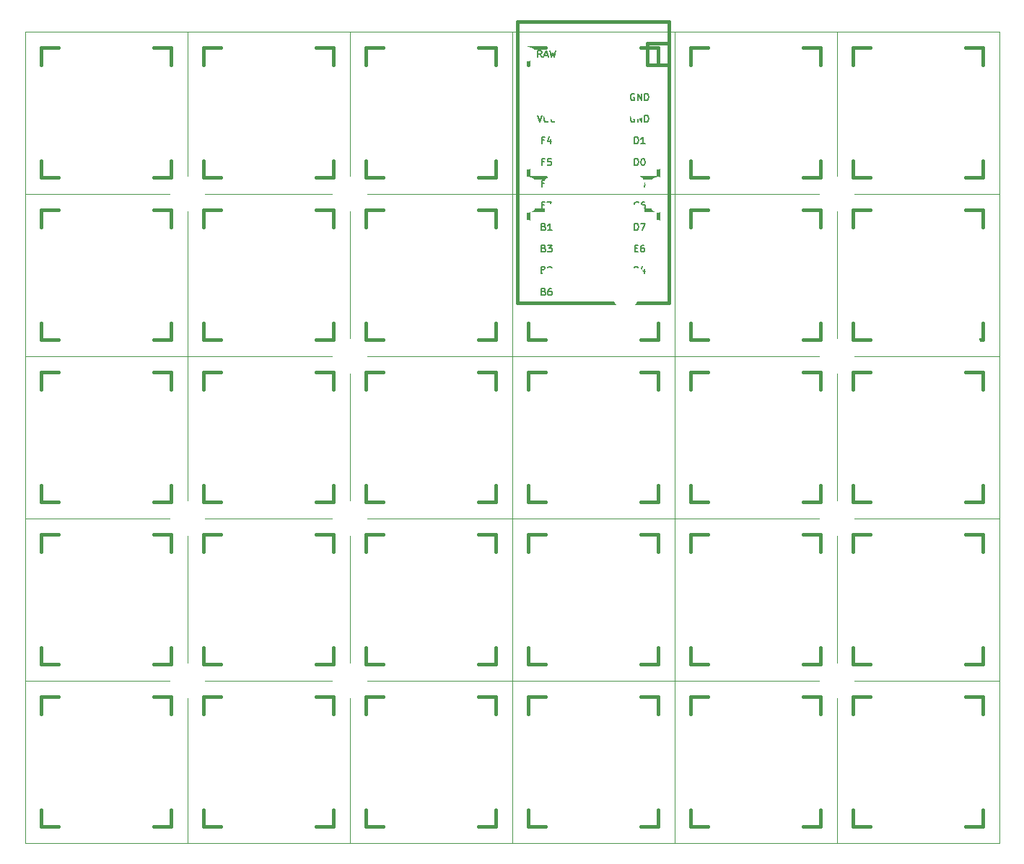
<source format=gto>
%TF.GenerationSoftware,KiCad,Pcbnew,(5.1.10)-1*%
%TF.CreationDate,2022-04-05T14:22:13-05:00*%
%TF.ProjectId,graham cracker,67726168-616d-4206-9372-61636b65722e,rev?*%
%TF.SameCoordinates,Original*%
%TF.FileFunction,Legend,Top*%
%TF.FilePolarity,Positive*%
%FSLAX46Y46*%
G04 Gerber Fmt 4.6, Leading zero omitted, Abs format (unit mm)*
G04 Created by KiCad (PCBNEW (5.1.10)-1) date 2022-04-05 14:22:13*
%MOMM*%
%LPD*%
G01*
G04 APERTURE LIST*
%ADD10C,0.120000*%
%ADD11C,0.381000*%
%ADD12C,0.150000*%
%ADD13C,3.980180*%
%ADD14C,2.950000*%
%ADD15C,1.700000*%
%ADD16O,2.000000X1.600000*%
%ADD17C,0.800000*%
%ADD18C,4.000000*%
%ADD19C,1.752600*%
%ADD20O,1.600000X1.600000*%
%ADD21C,1.600000*%
G04 APERTURE END LIST*
D10*
X67125000Y-61575000D02*
X67125000Y-80625000D01*
X86175000Y-61575000D02*
X67125000Y-61575000D01*
X86175000Y-80625000D02*
X86175000Y-61575000D01*
X67125000Y-80625000D02*
X86175000Y-80625000D01*
D11*
X69030000Y-76720000D02*
X69030000Y-78720000D01*
X69030000Y-63480000D02*
X71030000Y-63480000D01*
X84270000Y-78720000D02*
X84270000Y-76720000D01*
X69030000Y-78720000D02*
X71030000Y-78720000D01*
X82270000Y-63480000D02*
X84270000Y-63480000D01*
X84270000Y-65480000D02*
X84270000Y-63480000D01*
X82270000Y-78720000D02*
X84270000Y-78720000D01*
X69030000Y-65480000D02*
X69030000Y-63480000D01*
D10*
X162375000Y-61575000D02*
X162375000Y-42525000D01*
X143325000Y-61575000D02*
X162375000Y-61575000D01*
X143325000Y-42525000D02*
X143325000Y-61575000D01*
X162375000Y-42525000D02*
X143325000Y-42525000D01*
D11*
X160470000Y-46430000D02*
X160470000Y-44430000D01*
X160470000Y-59670000D02*
X158470000Y-59670000D01*
X145230000Y-44430000D02*
X145230000Y-46430000D01*
X160470000Y-44430000D02*
X158470000Y-44430000D01*
X147230000Y-59670000D02*
X145230000Y-59670000D01*
X145230000Y-57670000D02*
X145230000Y-59670000D01*
X147230000Y-44430000D02*
X145230000Y-44430000D01*
X160470000Y-57670000D02*
X160470000Y-59670000D01*
X179520000Y-57670000D02*
X179520000Y-59670000D01*
X166280000Y-44430000D02*
X164280000Y-44430000D01*
X164280000Y-57670000D02*
X164280000Y-59670000D01*
X166280000Y-59670000D02*
X164280000Y-59670000D01*
X179520000Y-44430000D02*
X177520000Y-44430000D01*
X164280000Y-44430000D02*
X164280000Y-46430000D01*
X179520000Y-59670000D02*
X177520000Y-59670000D01*
X179520000Y-46430000D02*
X179520000Y-44430000D01*
D10*
X181425000Y-42525000D02*
X162375000Y-42525000D01*
X162375000Y-42525000D02*
X162375000Y-61575000D01*
X162375000Y-61575000D02*
X181425000Y-61575000D01*
X181425000Y-61575000D02*
X181425000Y-42525000D01*
D11*
X140125000Y-46450000D02*
X142665000Y-46450000D01*
X140125000Y-43910000D02*
X140125000Y-46450000D01*
X124885000Y-74390000D02*
X124885000Y-41370000D01*
X142665000Y-74390000D02*
X124885000Y-74390000D01*
X142665000Y-41370000D02*
X142665000Y-74390000D01*
X124885000Y-41370000D02*
X142665000Y-41370000D01*
X140125000Y-43910000D02*
X142665000Y-43910000D01*
D10*
X162375000Y-99675000D02*
X162375000Y-118725000D01*
X181425000Y-99675000D02*
X162375000Y-99675000D01*
X181425000Y-118725000D02*
X181425000Y-99675000D01*
X162375000Y-118725000D02*
X181425000Y-118725000D01*
D11*
X164280000Y-114820000D02*
X164280000Y-116820000D01*
X164280000Y-101580000D02*
X166280000Y-101580000D01*
X179520000Y-116820000D02*
X179520000Y-114820000D01*
X164280000Y-116820000D02*
X166280000Y-116820000D01*
X177520000Y-101580000D02*
X179520000Y-101580000D01*
X179520000Y-103580000D02*
X179520000Y-101580000D01*
X177520000Y-116820000D02*
X179520000Y-116820000D01*
X164280000Y-103580000D02*
X164280000Y-101580000D01*
D10*
X67125000Y-99675000D02*
X67125000Y-118725000D01*
X86175000Y-99675000D02*
X67125000Y-99675000D01*
X86175000Y-118725000D02*
X86175000Y-99675000D01*
X67125000Y-118725000D02*
X86175000Y-118725000D01*
D11*
X69030000Y-114820000D02*
X69030000Y-116820000D01*
X69030000Y-101580000D02*
X71030000Y-101580000D01*
X84270000Y-116820000D02*
X84270000Y-114820000D01*
X69030000Y-116820000D02*
X71030000Y-116820000D01*
X82270000Y-101580000D02*
X84270000Y-101580000D01*
X84270000Y-103580000D02*
X84270000Y-101580000D01*
X82270000Y-116820000D02*
X84270000Y-116820000D01*
X69030000Y-103580000D02*
X69030000Y-101580000D01*
D10*
X162375000Y-118725000D02*
X162375000Y-137775000D01*
X181425000Y-118725000D02*
X162375000Y-118725000D01*
X181425000Y-137775000D02*
X181425000Y-118725000D01*
X162375000Y-137775000D02*
X181425000Y-137775000D01*
D11*
X164280000Y-133870000D02*
X164280000Y-135870000D01*
X164280000Y-120630000D02*
X166280000Y-120630000D01*
X179520000Y-135870000D02*
X179520000Y-133870000D01*
X164280000Y-135870000D02*
X166280000Y-135870000D01*
X177520000Y-120630000D02*
X179520000Y-120630000D01*
X179520000Y-122630000D02*
X179520000Y-120630000D01*
X177520000Y-135870000D02*
X179520000Y-135870000D01*
X164280000Y-122630000D02*
X164280000Y-120630000D01*
D10*
X143325000Y-118725000D02*
X143325000Y-137775000D01*
X162375000Y-118725000D02*
X143325000Y-118725000D01*
X162375000Y-137775000D02*
X162375000Y-118725000D01*
X143325000Y-137775000D02*
X162375000Y-137775000D01*
D11*
X145230000Y-133870000D02*
X145230000Y-135870000D01*
X145230000Y-120630000D02*
X147230000Y-120630000D01*
X160470000Y-135870000D02*
X160470000Y-133870000D01*
X145230000Y-135870000D02*
X147230000Y-135870000D01*
X158470000Y-120630000D02*
X160470000Y-120630000D01*
X160470000Y-122630000D02*
X160470000Y-120630000D01*
X158470000Y-135870000D02*
X160470000Y-135870000D01*
X145230000Y-122630000D02*
X145230000Y-120630000D01*
D10*
X124275000Y-118725000D02*
X124275000Y-137775000D01*
X143325000Y-118725000D02*
X124275000Y-118725000D01*
X143325000Y-137775000D02*
X143325000Y-118725000D01*
X124275000Y-137775000D02*
X143325000Y-137775000D01*
D11*
X126180000Y-133870000D02*
X126180000Y-135870000D01*
X126180000Y-120630000D02*
X128180000Y-120630000D01*
X141420000Y-135870000D02*
X141420000Y-133870000D01*
X126180000Y-135870000D02*
X128180000Y-135870000D01*
X139420000Y-120630000D02*
X141420000Y-120630000D01*
X141420000Y-122630000D02*
X141420000Y-120630000D01*
X139420000Y-135870000D02*
X141420000Y-135870000D01*
X126180000Y-122630000D02*
X126180000Y-120630000D01*
D10*
X105225000Y-118725000D02*
X105225000Y-137775000D01*
X124275000Y-118725000D02*
X105225000Y-118725000D01*
X124275000Y-137775000D02*
X124275000Y-118725000D01*
X105225000Y-137775000D02*
X124275000Y-137775000D01*
D11*
X107130000Y-133870000D02*
X107130000Y-135870000D01*
X107130000Y-120630000D02*
X109130000Y-120630000D01*
X122370000Y-135870000D02*
X122370000Y-133870000D01*
X107130000Y-135870000D02*
X109130000Y-135870000D01*
X120370000Y-120630000D02*
X122370000Y-120630000D01*
X122370000Y-122630000D02*
X122370000Y-120630000D01*
X120370000Y-135870000D02*
X122370000Y-135870000D01*
X107130000Y-122630000D02*
X107130000Y-120630000D01*
D10*
X86175000Y-118725000D02*
X86175000Y-137775000D01*
X105225000Y-118725000D02*
X86175000Y-118725000D01*
X105225000Y-137775000D02*
X105225000Y-118725000D01*
X86175000Y-137775000D02*
X105225000Y-137775000D01*
D11*
X88080000Y-133870000D02*
X88080000Y-135870000D01*
X88080000Y-120630000D02*
X90080000Y-120630000D01*
X103320000Y-135870000D02*
X103320000Y-133870000D01*
X88080000Y-135870000D02*
X90080000Y-135870000D01*
X101320000Y-120630000D02*
X103320000Y-120630000D01*
X103320000Y-122630000D02*
X103320000Y-120630000D01*
X101320000Y-135870000D02*
X103320000Y-135870000D01*
X88080000Y-122630000D02*
X88080000Y-120630000D01*
D10*
X67125000Y-118725000D02*
X67125000Y-137775000D01*
X86175000Y-118725000D02*
X67125000Y-118725000D01*
X86175000Y-137775000D02*
X86175000Y-118725000D01*
X67125000Y-137775000D02*
X86175000Y-137775000D01*
D11*
X69030000Y-133870000D02*
X69030000Y-135870000D01*
X69030000Y-120630000D02*
X71030000Y-120630000D01*
X84270000Y-135870000D02*
X84270000Y-133870000D01*
X69030000Y-135870000D02*
X71030000Y-135870000D01*
X82270000Y-120630000D02*
X84270000Y-120630000D01*
X84270000Y-122630000D02*
X84270000Y-120630000D01*
X82270000Y-135870000D02*
X84270000Y-135870000D01*
X69030000Y-122630000D02*
X69030000Y-120630000D01*
D10*
X143325000Y-99675000D02*
X143325000Y-118725000D01*
X162375000Y-99675000D02*
X143325000Y-99675000D01*
X162375000Y-118725000D02*
X162375000Y-99675000D01*
X143325000Y-118725000D02*
X162375000Y-118725000D01*
D11*
X145230000Y-114820000D02*
X145230000Y-116820000D01*
X145230000Y-101580000D02*
X147230000Y-101580000D01*
X160470000Y-116820000D02*
X160470000Y-114820000D01*
X145230000Y-116820000D02*
X147230000Y-116820000D01*
X158470000Y-101580000D02*
X160470000Y-101580000D01*
X160470000Y-103580000D02*
X160470000Y-101580000D01*
X158470000Y-116820000D02*
X160470000Y-116820000D01*
X145230000Y-103580000D02*
X145230000Y-101580000D01*
D10*
X124275000Y-99675000D02*
X124275000Y-118725000D01*
X143325000Y-99675000D02*
X124275000Y-99675000D01*
X143325000Y-118725000D02*
X143325000Y-99675000D01*
X124275000Y-118725000D02*
X143325000Y-118725000D01*
D11*
X126180000Y-114820000D02*
X126180000Y-116820000D01*
X126180000Y-101580000D02*
X128180000Y-101580000D01*
X141420000Y-116820000D02*
X141420000Y-114820000D01*
X126180000Y-116820000D02*
X128180000Y-116820000D01*
X139420000Y-101580000D02*
X141420000Y-101580000D01*
X141420000Y-103580000D02*
X141420000Y-101580000D01*
X139420000Y-116820000D02*
X141420000Y-116820000D01*
X126180000Y-103580000D02*
X126180000Y-101580000D01*
D10*
X105225000Y-99675000D02*
X105225000Y-118725000D01*
X124275000Y-99675000D02*
X105225000Y-99675000D01*
X124275000Y-118725000D02*
X124275000Y-99675000D01*
X105225000Y-118725000D02*
X124275000Y-118725000D01*
D11*
X107130000Y-114820000D02*
X107130000Y-116820000D01*
X107130000Y-101580000D02*
X109130000Y-101580000D01*
X122370000Y-116820000D02*
X122370000Y-114820000D01*
X107130000Y-116820000D02*
X109130000Y-116820000D01*
X120370000Y-101580000D02*
X122370000Y-101580000D01*
X122370000Y-103580000D02*
X122370000Y-101580000D01*
X120370000Y-116820000D02*
X122370000Y-116820000D01*
X107130000Y-103580000D02*
X107130000Y-101580000D01*
D10*
X86175000Y-99675000D02*
X86175000Y-118725000D01*
X105225000Y-99675000D02*
X86175000Y-99675000D01*
X105225000Y-118725000D02*
X105225000Y-99675000D01*
X86175000Y-118725000D02*
X105225000Y-118725000D01*
D11*
X88080000Y-114820000D02*
X88080000Y-116820000D01*
X88080000Y-101580000D02*
X90080000Y-101580000D01*
X103320000Y-116820000D02*
X103320000Y-114820000D01*
X88080000Y-116820000D02*
X90080000Y-116820000D01*
X101320000Y-101580000D02*
X103320000Y-101580000D01*
X103320000Y-103580000D02*
X103320000Y-101580000D01*
X101320000Y-116820000D02*
X103320000Y-116820000D01*
X88080000Y-103580000D02*
X88080000Y-101580000D01*
D10*
X162375000Y-80625000D02*
X162375000Y-99675000D01*
X181425000Y-80625000D02*
X162375000Y-80625000D01*
X181425000Y-99675000D02*
X181425000Y-80625000D01*
X162375000Y-99675000D02*
X181425000Y-99675000D01*
D11*
X164280000Y-95770000D02*
X164280000Y-97770000D01*
X164280000Y-82530000D02*
X166280000Y-82530000D01*
X179520000Y-97770000D02*
X179520000Y-95770000D01*
X164280000Y-97770000D02*
X166280000Y-97770000D01*
X177520000Y-82530000D02*
X179520000Y-82530000D01*
X179520000Y-84530000D02*
X179520000Y-82530000D01*
X177520000Y-97770000D02*
X179520000Y-97770000D01*
X164280000Y-84530000D02*
X164280000Y-82530000D01*
D10*
X143325000Y-80625000D02*
X143325000Y-99675000D01*
X162375000Y-80625000D02*
X143325000Y-80625000D01*
X162375000Y-99675000D02*
X162375000Y-80625000D01*
X143325000Y-99675000D02*
X162375000Y-99675000D01*
D11*
X145230000Y-95770000D02*
X145230000Y-97770000D01*
X145230000Y-82530000D02*
X147230000Y-82530000D01*
X160470000Y-97770000D02*
X160470000Y-95770000D01*
X145230000Y-97770000D02*
X147230000Y-97770000D01*
X158470000Y-82530000D02*
X160470000Y-82530000D01*
X160470000Y-84530000D02*
X160470000Y-82530000D01*
X158470000Y-97770000D02*
X160470000Y-97770000D01*
X145230000Y-84530000D02*
X145230000Y-82530000D01*
D10*
X124275000Y-80625000D02*
X124275000Y-99675000D01*
X143325000Y-80625000D02*
X124275000Y-80625000D01*
X143325000Y-99675000D02*
X143325000Y-80625000D01*
X124275000Y-99675000D02*
X143325000Y-99675000D01*
D11*
X126180000Y-95770000D02*
X126180000Y-97770000D01*
X126180000Y-82530000D02*
X128180000Y-82530000D01*
X141420000Y-97770000D02*
X141420000Y-95770000D01*
X126180000Y-97770000D02*
X128180000Y-97770000D01*
X139420000Y-82530000D02*
X141420000Y-82530000D01*
X141420000Y-84530000D02*
X141420000Y-82530000D01*
X139420000Y-97770000D02*
X141420000Y-97770000D01*
X126180000Y-84530000D02*
X126180000Y-82530000D01*
D10*
X105225000Y-80625000D02*
X105225000Y-99675000D01*
X124275000Y-80625000D02*
X105225000Y-80625000D01*
X124275000Y-99675000D02*
X124275000Y-80625000D01*
X105225000Y-99675000D02*
X124275000Y-99675000D01*
D11*
X107130000Y-95770000D02*
X107130000Y-97770000D01*
X107130000Y-82530000D02*
X109130000Y-82530000D01*
X122370000Y-97770000D02*
X122370000Y-95770000D01*
X107130000Y-97770000D02*
X109130000Y-97770000D01*
X120370000Y-82530000D02*
X122370000Y-82530000D01*
X122370000Y-84530000D02*
X122370000Y-82530000D01*
X120370000Y-97770000D02*
X122370000Y-97770000D01*
X107130000Y-84530000D02*
X107130000Y-82530000D01*
D10*
X86175000Y-80625000D02*
X86175000Y-99675000D01*
X105225000Y-80625000D02*
X86175000Y-80625000D01*
X105225000Y-99675000D02*
X105225000Y-80625000D01*
X86175000Y-99675000D02*
X105225000Y-99675000D01*
D11*
X88080000Y-95770000D02*
X88080000Y-97770000D01*
X88080000Y-82530000D02*
X90080000Y-82530000D01*
X103320000Y-97770000D02*
X103320000Y-95770000D01*
X88080000Y-97770000D02*
X90080000Y-97770000D01*
X101320000Y-82530000D02*
X103320000Y-82530000D01*
X103320000Y-84530000D02*
X103320000Y-82530000D01*
X101320000Y-97770000D02*
X103320000Y-97770000D01*
X88080000Y-84530000D02*
X88080000Y-82530000D01*
D10*
X67125000Y-80625000D02*
X67125000Y-99675000D01*
X86175000Y-80625000D02*
X67125000Y-80625000D01*
X86175000Y-99675000D02*
X86175000Y-80625000D01*
X67125000Y-99675000D02*
X86175000Y-99675000D01*
D11*
X69030000Y-95770000D02*
X69030000Y-97770000D01*
X69030000Y-82530000D02*
X71030000Y-82530000D01*
X84270000Y-97770000D02*
X84270000Y-95770000D01*
X69030000Y-97770000D02*
X71030000Y-97770000D01*
X82270000Y-82530000D02*
X84270000Y-82530000D01*
X84270000Y-84530000D02*
X84270000Y-82530000D01*
X82270000Y-97770000D02*
X84270000Y-97770000D01*
X69030000Y-84530000D02*
X69030000Y-82530000D01*
X164280000Y-65480000D02*
X164280000Y-63480000D01*
X177520000Y-78720000D02*
X179520000Y-78720000D01*
X179520000Y-65480000D02*
X179520000Y-63480000D01*
X177520000Y-63480000D02*
X179520000Y-63480000D01*
X164280000Y-78720000D02*
X166280000Y-78720000D01*
X179520000Y-78720000D02*
X179520000Y-76720000D01*
X164280000Y-63480000D02*
X166280000Y-63480000D01*
X164280000Y-76720000D02*
X164280000Y-78720000D01*
D10*
X162375000Y-80625000D02*
X181425000Y-80625000D01*
X181425000Y-80625000D02*
X181425000Y-61575000D01*
X181425000Y-61575000D02*
X162375000Y-61575000D01*
X162375000Y-61575000D02*
X162375000Y-80625000D01*
X143325000Y-61575000D02*
X143325000Y-80625000D01*
X162375000Y-61575000D02*
X143325000Y-61575000D01*
X162375000Y-80625000D02*
X162375000Y-61575000D01*
X143325000Y-80625000D02*
X162375000Y-80625000D01*
D11*
X145230000Y-76720000D02*
X145230000Y-78720000D01*
X145230000Y-63480000D02*
X147230000Y-63480000D01*
X160470000Y-78720000D02*
X160470000Y-76720000D01*
X145230000Y-78720000D02*
X147230000Y-78720000D01*
X158470000Y-63480000D02*
X160470000Y-63480000D01*
X160470000Y-65480000D02*
X160470000Y-63480000D01*
X158470000Y-78720000D02*
X160470000Y-78720000D01*
X145230000Y-65480000D02*
X145230000Y-63480000D01*
D10*
X124275000Y-61575000D02*
X124275000Y-80625000D01*
X143325000Y-61575000D02*
X124275000Y-61575000D01*
X143325000Y-80625000D02*
X143325000Y-61575000D01*
X124275000Y-80625000D02*
X143325000Y-80625000D01*
D11*
X126180000Y-76720000D02*
X126180000Y-78720000D01*
X126180000Y-63480000D02*
X128180000Y-63480000D01*
X141420000Y-78720000D02*
X141420000Y-76720000D01*
X126180000Y-78720000D02*
X128180000Y-78720000D01*
X139420000Y-63480000D02*
X141420000Y-63480000D01*
X141420000Y-65480000D02*
X141420000Y-63480000D01*
X139420000Y-78720000D02*
X141420000Y-78720000D01*
X126180000Y-65480000D02*
X126180000Y-63480000D01*
D10*
X105225000Y-61575000D02*
X105225000Y-80625000D01*
X124275000Y-61575000D02*
X105225000Y-61575000D01*
X124275000Y-80625000D02*
X124275000Y-61575000D01*
X105225000Y-80625000D02*
X124275000Y-80625000D01*
D11*
X107130000Y-76720000D02*
X107130000Y-78720000D01*
X107130000Y-63480000D02*
X109130000Y-63480000D01*
X122370000Y-78720000D02*
X122370000Y-76720000D01*
X107130000Y-78720000D02*
X109130000Y-78720000D01*
X120370000Y-63480000D02*
X122370000Y-63480000D01*
X122370000Y-65480000D02*
X122370000Y-63480000D01*
X120370000Y-78720000D02*
X122370000Y-78720000D01*
X107130000Y-65480000D02*
X107130000Y-63480000D01*
D10*
X86175000Y-61575000D02*
X86175000Y-80625000D01*
X105225000Y-61575000D02*
X86175000Y-61575000D01*
X105225000Y-80625000D02*
X105225000Y-61575000D01*
X86175000Y-80625000D02*
X105225000Y-80625000D01*
D11*
X88080000Y-76720000D02*
X88080000Y-78720000D01*
X88080000Y-63480000D02*
X90080000Y-63480000D01*
X103320000Y-78720000D02*
X103320000Y-76720000D01*
X88080000Y-78720000D02*
X90080000Y-78720000D01*
X101320000Y-63480000D02*
X103320000Y-63480000D01*
X103320000Y-65480000D02*
X103320000Y-63480000D01*
X101320000Y-78720000D02*
X103320000Y-78720000D01*
X88080000Y-65480000D02*
X88080000Y-63480000D01*
D10*
X143325000Y-61575000D02*
X143325000Y-42525000D01*
X124275000Y-61575000D02*
X143325000Y-61575000D01*
X124275000Y-42525000D02*
X124275000Y-61575000D01*
X143325000Y-42525000D02*
X124275000Y-42525000D01*
D11*
X141420000Y-46430000D02*
X141420000Y-44430000D01*
X141420000Y-59670000D02*
X139420000Y-59670000D01*
X126180000Y-44430000D02*
X126180000Y-46430000D01*
X141420000Y-44430000D02*
X139420000Y-44430000D01*
X128180000Y-59670000D02*
X126180000Y-59670000D01*
X126180000Y-57670000D02*
X126180000Y-59670000D01*
X128180000Y-44430000D02*
X126180000Y-44430000D01*
X141420000Y-57670000D02*
X141420000Y-59670000D01*
D10*
X124275000Y-61575000D02*
X124275000Y-42525000D01*
X105225000Y-61575000D02*
X124275000Y-61575000D01*
X105225000Y-42525000D02*
X105225000Y-61575000D01*
X124275000Y-42525000D02*
X105225000Y-42525000D01*
D11*
X122370000Y-46430000D02*
X122370000Y-44430000D01*
X122370000Y-59670000D02*
X120370000Y-59670000D01*
X107130000Y-44430000D02*
X107130000Y-46430000D01*
X122370000Y-44430000D02*
X120370000Y-44430000D01*
X109130000Y-59670000D02*
X107130000Y-59670000D01*
X107130000Y-57670000D02*
X107130000Y-59670000D01*
X109130000Y-44430000D02*
X107130000Y-44430000D01*
X122370000Y-57670000D02*
X122370000Y-59670000D01*
D10*
X105225000Y-61575000D02*
X105225000Y-42525000D01*
X86175000Y-61575000D02*
X105225000Y-61575000D01*
X86175000Y-42525000D02*
X86175000Y-61575000D01*
X105225000Y-42525000D02*
X86175000Y-42525000D01*
D11*
X103320000Y-46430000D02*
X103320000Y-44430000D01*
X103320000Y-59670000D02*
X101320000Y-59670000D01*
X88080000Y-44430000D02*
X88080000Y-46430000D01*
X103320000Y-44430000D02*
X101320000Y-44430000D01*
X90080000Y-59670000D02*
X88080000Y-59670000D01*
X88080000Y-57670000D02*
X88080000Y-59670000D01*
X90080000Y-44430000D02*
X88080000Y-44430000D01*
X103320000Y-57670000D02*
X103320000Y-59670000D01*
D10*
X86175000Y-61575000D02*
X86175000Y-42525000D01*
X67125000Y-61575000D02*
X86175000Y-61575000D01*
X67125000Y-42525000D02*
X67125000Y-61575000D01*
X86175000Y-42525000D02*
X67125000Y-42525000D01*
D11*
X84270000Y-46430000D02*
X84270000Y-44430000D01*
X84270000Y-59670000D02*
X82270000Y-59670000D01*
X69030000Y-44430000D02*
X69030000Y-46430000D01*
X84270000Y-44430000D02*
X82270000Y-44430000D01*
X71030000Y-59670000D02*
X69030000Y-59670000D01*
X69030000Y-57670000D02*
X69030000Y-59670000D01*
X71030000Y-44430000D02*
X69030000Y-44430000D01*
X84270000Y-57670000D02*
X84270000Y-59670000D01*
D12*
X138645523Y-58241904D02*
X138645523Y-57441904D01*
X138836000Y-57441904D01*
X138950285Y-57480000D01*
X139026476Y-57556190D01*
X139064571Y-57632380D01*
X139102666Y-57784761D01*
X139102666Y-57899047D01*
X139064571Y-58051428D01*
X139026476Y-58127619D01*
X138950285Y-58203809D01*
X138836000Y-58241904D01*
X138645523Y-58241904D01*
X139597904Y-57441904D02*
X139674095Y-57441904D01*
X139750285Y-57480000D01*
X139788380Y-57518095D01*
X139826476Y-57594285D01*
X139864571Y-57746666D01*
X139864571Y-57937142D01*
X139826476Y-58089523D01*
X139788380Y-58165714D01*
X139750285Y-58203809D01*
X139674095Y-58241904D01*
X139597904Y-58241904D01*
X139521714Y-58203809D01*
X139483619Y-58165714D01*
X139445523Y-58089523D01*
X139407428Y-57937142D01*
X139407428Y-57746666D01*
X139445523Y-57594285D01*
X139483619Y-57518095D01*
X139521714Y-57480000D01*
X139597904Y-57441904D01*
X138645523Y-55701904D02*
X138645523Y-54901904D01*
X138836000Y-54901904D01*
X138950285Y-54940000D01*
X139026476Y-55016190D01*
X139064571Y-55092380D01*
X139102666Y-55244761D01*
X139102666Y-55359047D01*
X139064571Y-55511428D01*
X139026476Y-55587619D01*
X138950285Y-55663809D01*
X138836000Y-55701904D01*
X138645523Y-55701904D01*
X139864571Y-55701904D02*
X139407428Y-55701904D01*
X139636000Y-55701904D02*
X139636000Y-54901904D01*
X139559809Y-55016190D01*
X139483619Y-55092380D01*
X139407428Y-55130476D01*
X138626476Y-52400000D02*
X138550285Y-52361904D01*
X138436000Y-52361904D01*
X138321714Y-52400000D01*
X138245523Y-52476190D01*
X138207428Y-52552380D01*
X138169333Y-52704761D01*
X138169333Y-52819047D01*
X138207428Y-52971428D01*
X138245523Y-53047619D01*
X138321714Y-53123809D01*
X138436000Y-53161904D01*
X138512190Y-53161904D01*
X138626476Y-53123809D01*
X138664571Y-53085714D01*
X138664571Y-52819047D01*
X138512190Y-52819047D01*
X139007428Y-53161904D02*
X139007428Y-52361904D01*
X139464571Y-53161904D01*
X139464571Y-52361904D01*
X139845523Y-53161904D02*
X139845523Y-52361904D01*
X140036000Y-52361904D01*
X140150285Y-52400000D01*
X140226476Y-52476190D01*
X140264571Y-52552380D01*
X140302666Y-52704761D01*
X140302666Y-52819047D01*
X140264571Y-52971428D01*
X140226476Y-53047619D01*
X140150285Y-53123809D01*
X140036000Y-53161904D01*
X139845523Y-53161904D01*
X138626476Y-49860000D02*
X138550285Y-49821904D01*
X138436000Y-49821904D01*
X138321714Y-49860000D01*
X138245523Y-49936190D01*
X138207428Y-50012380D01*
X138169333Y-50164761D01*
X138169333Y-50279047D01*
X138207428Y-50431428D01*
X138245523Y-50507619D01*
X138321714Y-50583809D01*
X138436000Y-50621904D01*
X138512190Y-50621904D01*
X138626476Y-50583809D01*
X138664571Y-50545714D01*
X138664571Y-50279047D01*
X138512190Y-50279047D01*
X139007428Y-50621904D02*
X139007428Y-49821904D01*
X139464571Y-50621904D01*
X139464571Y-49821904D01*
X139845523Y-50621904D02*
X139845523Y-49821904D01*
X140036000Y-49821904D01*
X140150285Y-49860000D01*
X140226476Y-49936190D01*
X140264571Y-50012380D01*
X140302666Y-50164761D01*
X140302666Y-50279047D01*
X140264571Y-50431428D01*
X140226476Y-50507619D01*
X140150285Y-50583809D01*
X140036000Y-50621904D01*
X139845523Y-50621904D01*
X138645523Y-60781904D02*
X138645523Y-59981904D01*
X138836000Y-59981904D01*
X138950285Y-60020000D01*
X139026476Y-60096190D01*
X139064571Y-60172380D01*
X139102666Y-60324761D01*
X139102666Y-60439047D01*
X139064571Y-60591428D01*
X139026476Y-60667619D01*
X138950285Y-60743809D01*
X138836000Y-60781904D01*
X138645523Y-60781904D01*
X139788380Y-60248571D02*
X139788380Y-60781904D01*
X139597904Y-59943809D02*
X139407428Y-60515238D01*
X139902666Y-60515238D01*
X139102666Y-63245714D02*
X139064571Y-63283809D01*
X138950285Y-63321904D01*
X138874095Y-63321904D01*
X138759809Y-63283809D01*
X138683619Y-63207619D01*
X138645523Y-63131428D01*
X138607428Y-62979047D01*
X138607428Y-62864761D01*
X138645523Y-62712380D01*
X138683619Y-62636190D01*
X138759809Y-62560000D01*
X138874095Y-62521904D01*
X138950285Y-62521904D01*
X139064571Y-62560000D01*
X139102666Y-62598095D01*
X139788380Y-62521904D02*
X139636000Y-62521904D01*
X139559809Y-62560000D01*
X139521714Y-62598095D01*
X139445523Y-62712380D01*
X139407428Y-62864761D01*
X139407428Y-63169523D01*
X139445523Y-63245714D01*
X139483619Y-63283809D01*
X139559809Y-63321904D01*
X139712190Y-63321904D01*
X139788380Y-63283809D01*
X139826476Y-63245714D01*
X139864571Y-63169523D01*
X139864571Y-62979047D01*
X139826476Y-62902857D01*
X139788380Y-62864761D01*
X139712190Y-62826666D01*
X139559809Y-62826666D01*
X139483619Y-62864761D01*
X139445523Y-62902857D01*
X139407428Y-62979047D01*
X138645523Y-65861904D02*
X138645523Y-65061904D01*
X138836000Y-65061904D01*
X138950285Y-65100000D01*
X139026476Y-65176190D01*
X139064571Y-65252380D01*
X139102666Y-65404761D01*
X139102666Y-65519047D01*
X139064571Y-65671428D01*
X139026476Y-65747619D01*
X138950285Y-65823809D01*
X138836000Y-65861904D01*
X138645523Y-65861904D01*
X139369333Y-65061904D02*
X139902666Y-65061904D01*
X139559809Y-65861904D01*
X138683619Y-67982857D02*
X138950285Y-67982857D01*
X139064571Y-68401904D02*
X138683619Y-68401904D01*
X138683619Y-67601904D01*
X139064571Y-67601904D01*
X139750285Y-67601904D02*
X139597904Y-67601904D01*
X139521714Y-67640000D01*
X139483619Y-67678095D01*
X139407428Y-67792380D01*
X139369333Y-67944761D01*
X139369333Y-68249523D01*
X139407428Y-68325714D01*
X139445523Y-68363809D01*
X139521714Y-68401904D01*
X139674095Y-68401904D01*
X139750285Y-68363809D01*
X139788380Y-68325714D01*
X139826476Y-68249523D01*
X139826476Y-68059047D01*
X139788380Y-67982857D01*
X139750285Y-67944761D01*
X139674095Y-67906666D01*
X139521714Y-67906666D01*
X139445523Y-67944761D01*
X139407428Y-67982857D01*
X139369333Y-68059047D01*
X138912190Y-70522857D02*
X139026476Y-70560952D01*
X139064571Y-70599047D01*
X139102666Y-70675238D01*
X139102666Y-70789523D01*
X139064571Y-70865714D01*
X139026476Y-70903809D01*
X138950285Y-70941904D01*
X138645523Y-70941904D01*
X138645523Y-70141904D01*
X138912190Y-70141904D01*
X138988380Y-70180000D01*
X139026476Y-70218095D01*
X139064571Y-70294285D01*
X139064571Y-70370476D01*
X139026476Y-70446666D01*
X138988380Y-70484761D01*
X138912190Y-70522857D01*
X138645523Y-70522857D01*
X139788380Y-70408571D02*
X139788380Y-70941904D01*
X139597904Y-70103809D02*
X139407428Y-70675238D01*
X139902666Y-70675238D01*
X127990190Y-73062857D02*
X128104476Y-73100952D01*
X128142571Y-73139047D01*
X128180666Y-73215238D01*
X128180666Y-73329523D01*
X128142571Y-73405714D01*
X128104476Y-73443809D01*
X128028285Y-73481904D01*
X127723523Y-73481904D01*
X127723523Y-72681904D01*
X127990190Y-72681904D01*
X128066380Y-72720000D01*
X128104476Y-72758095D01*
X128142571Y-72834285D01*
X128142571Y-72910476D01*
X128104476Y-72986666D01*
X128066380Y-73024761D01*
X127990190Y-73062857D01*
X127723523Y-73062857D01*
X128866380Y-72681904D02*
X128714000Y-72681904D01*
X128637809Y-72720000D01*
X128599714Y-72758095D01*
X128523523Y-72872380D01*
X128485428Y-73024761D01*
X128485428Y-73329523D01*
X128523523Y-73405714D01*
X128561619Y-73443809D01*
X128637809Y-73481904D01*
X128790190Y-73481904D01*
X128866380Y-73443809D01*
X128904476Y-73405714D01*
X128942571Y-73329523D01*
X128942571Y-73139047D01*
X128904476Y-73062857D01*
X128866380Y-73024761D01*
X128790190Y-72986666D01*
X128637809Y-72986666D01*
X128561619Y-73024761D01*
X128523523Y-73062857D01*
X128485428Y-73139047D01*
X127990190Y-67982857D02*
X128104476Y-68020952D01*
X128142571Y-68059047D01*
X128180666Y-68135238D01*
X128180666Y-68249523D01*
X128142571Y-68325714D01*
X128104476Y-68363809D01*
X128028285Y-68401904D01*
X127723523Y-68401904D01*
X127723523Y-67601904D01*
X127990190Y-67601904D01*
X128066380Y-67640000D01*
X128104476Y-67678095D01*
X128142571Y-67754285D01*
X128142571Y-67830476D01*
X128104476Y-67906666D01*
X128066380Y-67944761D01*
X127990190Y-67982857D01*
X127723523Y-67982857D01*
X128447333Y-67601904D02*
X128942571Y-67601904D01*
X128675904Y-67906666D01*
X128790190Y-67906666D01*
X128866380Y-67944761D01*
X128904476Y-67982857D01*
X128942571Y-68059047D01*
X128942571Y-68249523D01*
X128904476Y-68325714D01*
X128866380Y-68363809D01*
X128790190Y-68401904D01*
X128561619Y-68401904D01*
X128485428Y-68363809D01*
X128447333Y-68325714D01*
X127990190Y-65442857D02*
X128104476Y-65480952D01*
X128142571Y-65519047D01*
X128180666Y-65595238D01*
X128180666Y-65709523D01*
X128142571Y-65785714D01*
X128104476Y-65823809D01*
X128028285Y-65861904D01*
X127723523Y-65861904D01*
X127723523Y-65061904D01*
X127990190Y-65061904D01*
X128066380Y-65100000D01*
X128104476Y-65138095D01*
X128142571Y-65214285D01*
X128142571Y-65290476D01*
X128104476Y-65366666D01*
X128066380Y-65404761D01*
X127990190Y-65442857D01*
X127723523Y-65442857D01*
X128942571Y-65861904D02*
X128485428Y-65861904D01*
X128714000Y-65861904D02*
X128714000Y-65061904D01*
X128637809Y-65176190D01*
X128561619Y-65252380D01*
X128485428Y-65290476D01*
X128047333Y-55282857D02*
X127780666Y-55282857D01*
X127780666Y-55701904D02*
X127780666Y-54901904D01*
X128161619Y-54901904D01*
X128809238Y-55168571D02*
X128809238Y-55701904D01*
X128618761Y-54863809D02*
X128428285Y-55435238D01*
X128923523Y-55435238D01*
X127247333Y-52361904D02*
X127514000Y-53161904D01*
X127780666Y-52361904D01*
X128504476Y-53085714D02*
X128466380Y-53123809D01*
X128352095Y-53161904D01*
X128275904Y-53161904D01*
X128161619Y-53123809D01*
X128085428Y-53047619D01*
X128047333Y-52971428D01*
X128009238Y-52819047D01*
X128009238Y-52704761D01*
X128047333Y-52552380D01*
X128085428Y-52476190D01*
X128161619Y-52400000D01*
X128275904Y-52361904D01*
X128352095Y-52361904D01*
X128466380Y-52400000D01*
X128504476Y-52438095D01*
X129304476Y-53085714D02*
X129266380Y-53123809D01*
X129152095Y-53161904D01*
X129075904Y-53161904D01*
X128961619Y-53123809D01*
X128885428Y-53047619D01*
X128847333Y-52971428D01*
X128809238Y-52819047D01*
X128809238Y-52704761D01*
X128847333Y-52552380D01*
X128885428Y-52476190D01*
X128961619Y-52400000D01*
X129075904Y-52361904D01*
X129152095Y-52361904D01*
X129266380Y-52400000D01*
X129304476Y-52438095D01*
X127761619Y-45541904D02*
X127494952Y-45160952D01*
X127304476Y-45541904D02*
X127304476Y-44741904D01*
X127609238Y-44741904D01*
X127685428Y-44780000D01*
X127723523Y-44818095D01*
X127761619Y-44894285D01*
X127761619Y-45008571D01*
X127723523Y-45084761D01*
X127685428Y-45122857D01*
X127609238Y-45160952D01*
X127304476Y-45160952D01*
X128066380Y-45313333D02*
X128447333Y-45313333D01*
X127990190Y-45541904D02*
X128256857Y-44741904D01*
X128523523Y-45541904D01*
X128714000Y-44741904D02*
X128904476Y-45541904D01*
X129056857Y-44970476D01*
X129209238Y-45541904D01*
X129399714Y-44741904D01*
X128047333Y-57822857D02*
X127780666Y-57822857D01*
X127780666Y-58241904D02*
X127780666Y-57441904D01*
X128161619Y-57441904D01*
X128847333Y-57441904D02*
X128466380Y-57441904D01*
X128428285Y-57822857D01*
X128466380Y-57784761D01*
X128542571Y-57746666D01*
X128733047Y-57746666D01*
X128809238Y-57784761D01*
X128847333Y-57822857D01*
X128885428Y-57899047D01*
X128885428Y-58089523D01*
X128847333Y-58165714D01*
X128809238Y-58203809D01*
X128733047Y-58241904D01*
X128542571Y-58241904D01*
X128466380Y-58203809D01*
X128428285Y-58165714D01*
X128047333Y-60362857D02*
X127780666Y-60362857D01*
X127780666Y-60781904D02*
X127780666Y-59981904D01*
X128161619Y-59981904D01*
X128809238Y-59981904D02*
X128656857Y-59981904D01*
X128580666Y-60020000D01*
X128542571Y-60058095D01*
X128466380Y-60172380D01*
X128428285Y-60324761D01*
X128428285Y-60629523D01*
X128466380Y-60705714D01*
X128504476Y-60743809D01*
X128580666Y-60781904D01*
X128733047Y-60781904D01*
X128809238Y-60743809D01*
X128847333Y-60705714D01*
X128885428Y-60629523D01*
X128885428Y-60439047D01*
X128847333Y-60362857D01*
X128809238Y-60324761D01*
X128733047Y-60286666D01*
X128580666Y-60286666D01*
X128504476Y-60324761D01*
X128466380Y-60362857D01*
X128428285Y-60439047D01*
X128047333Y-62902857D02*
X127780666Y-62902857D01*
X127780666Y-63321904D02*
X127780666Y-62521904D01*
X128161619Y-62521904D01*
X128390190Y-62521904D02*
X128923523Y-62521904D01*
X128580666Y-63321904D01*
X127990190Y-70522857D02*
X128104476Y-70560952D01*
X128142571Y-70599047D01*
X128180666Y-70675238D01*
X128180666Y-70789523D01*
X128142571Y-70865714D01*
X128104476Y-70903809D01*
X128028285Y-70941904D01*
X127723523Y-70941904D01*
X127723523Y-70141904D01*
X127990190Y-70141904D01*
X128066380Y-70180000D01*
X128104476Y-70218095D01*
X128142571Y-70294285D01*
X128142571Y-70370476D01*
X128104476Y-70446666D01*
X128066380Y-70484761D01*
X127990190Y-70522857D01*
X127723523Y-70522857D01*
X128485428Y-70218095D02*
X128523523Y-70180000D01*
X128599714Y-70141904D01*
X128790190Y-70141904D01*
X128866380Y-70180000D01*
X128904476Y-70218095D01*
X128942571Y-70294285D01*
X128942571Y-70370476D01*
X128904476Y-70484761D01*
X128447333Y-70941904D01*
X128942571Y-70941904D01*
%LPC*%
D13*
X76650000Y-71100000D03*
D14*
X74110000Y-76180000D03*
X80460000Y-73640000D03*
D15*
X71570000Y-71100000D03*
X81730000Y-71100000D03*
D16*
X92350000Y-83500000D03*
D17*
X87750000Y-81200000D03*
X94750000Y-81200000D03*
D16*
X89350000Y-83500000D03*
X96350000Y-83500000D03*
X97450000Y-78900000D03*
D18*
X86175000Y-61575000D03*
X86175000Y-118725000D03*
X105225000Y-61575000D03*
X86175000Y-99675000D03*
X162375000Y-118725000D03*
X162375000Y-99675000D03*
X105225000Y-118725000D03*
X105225000Y-99675000D03*
X162375000Y-61575000D03*
X105225000Y-80625000D03*
X162375000Y-80625000D03*
D16*
X73350000Y-83500000D03*
D17*
X68750000Y-81200000D03*
X75750000Y-81200000D03*
D16*
X70350000Y-83500000D03*
X77350000Y-83500000D03*
X78450000Y-78900000D03*
D13*
X152850000Y-52050000D03*
D14*
X155390000Y-46970000D03*
X149040000Y-49510000D03*
D15*
X157930000Y-52050000D03*
X147770000Y-52050000D03*
X166820000Y-52050000D03*
X176980000Y-52050000D03*
D14*
X168090000Y-49510000D03*
X174440000Y-46970000D03*
D13*
X171900000Y-52050000D03*
D19*
X141395000Y-50260000D03*
X141395000Y-52800000D03*
X141395000Y-55340000D03*
X141395000Y-57880000D03*
X141395000Y-60420000D03*
X141395000Y-62960000D03*
X141395000Y-65500000D03*
X141395000Y-68040000D03*
X141395000Y-70580000D03*
X126155000Y-73120000D03*
X126155000Y-70580000D03*
X126155000Y-68040000D03*
X126155000Y-65500000D03*
X126155000Y-62960000D03*
X126155000Y-60420000D03*
X126155000Y-57880000D03*
X126155000Y-55340000D03*
X126155000Y-52800000D03*
X126155000Y-45180000D03*
D20*
X139045000Y-60300000D03*
D21*
X128885000Y-60300000D03*
D20*
X139035000Y-63550000D03*
D21*
X128875000Y-63550000D03*
D16*
X175200000Y-78900000D03*
D17*
X179800000Y-81200000D03*
X172800000Y-81200000D03*
D16*
X178200000Y-78900000D03*
X171200000Y-78900000D03*
X170100000Y-83500000D03*
D13*
X171900000Y-109200000D03*
D14*
X169360000Y-114280000D03*
X175710000Y-111740000D03*
D15*
X166820000Y-109200000D03*
X176980000Y-109200000D03*
D13*
X76650000Y-109200000D03*
D14*
X74110000Y-114280000D03*
X80460000Y-111740000D03*
D15*
X71570000Y-109200000D03*
X81730000Y-109200000D03*
D13*
X171900000Y-128250000D03*
D14*
X169360000Y-133330000D03*
X175710000Y-130790000D03*
D15*
X166820000Y-128250000D03*
X176980000Y-128250000D03*
D13*
X152850000Y-128250000D03*
D14*
X150310000Y-133330000D03*
X156660000Y-130790000D03*
D15*
X147770000Y-128250000D03*
X157930000Y-128250000D03*
D13*
X133800000Y-128250000D03*
D14*
X131260000Y-133330000D03*
X137610000Y-130790000D03*
D15*
X128720000Y-128250000D03*
X138880000Y-128250000D03*
D13*
X114750000Y-128250000D03*
D14*
X112210000Y-133330000D03*
X118560000Y-130790000D03*
D15*
X109670000Y-128250000D03*
X119830000Y-128250000D03*
D13*
X95700000Y-128250000D03*
D14*
X93160000Y-133330000D03*
X99510000Y-130790000D03*
D15*
X90620000Y-128250000D03*
X100780000Y-128250000D03*
D13*
X76650000Y-128250000D03*
D14*
X74110000Y-133330000D03*
X80460000Y-130790000D03*
D15*
X71570000Y-128250000D03*
X81730000Y-128250000D03*
D13*
X152850000Y-109200000D03*
D14*
X150310000Y-114280000D03*
X156660000Y-111740000D03*
D15*
X147770000Y-109200000D03*
X157930000Y-109200000D03*
D13*
X133800000Y-109200000D03*
D14*
X131260000Y-114280000D03*
X137610000Y-111740000D03*
D15*
X128720000Y-109200000D03*
X138880000Y-109200000D03*
D13*
X114750000Y-109200000D03*
D14*
X112210000Y-114280000D03*
X118560000Y-111740000D03*
D15*
X109670000Y-109200000D03*
X119830000Y-109200000D03*
D13*
X95700000Y-109200000D03*
D14*
X93160000Y-114280000D03*
X99510000Y-111740000D03*
D15*
X90620000Y-109200000D03*
X100780000Y-109200000D03*
D13*
X171900000Y-90150000D03*
D14*
X169360000Y-95230000D03*
X175710000Y-92690000D03*
D15*
X166820000Y-90150000D03*
X176980000Y-90150000D03*
D13*
X152850000Y-90150000D03*
D14*
X150310000Y-95230000D03*
X156660000Y-92690000D03*
D15*
X147770000Y-90150000D03*
X157930000Y-90150000D03*
D13*
X133800000Y-90150000D03*
D14*
X131260000Y-95230000D03*
X137610000Y-92690000D03*
D15*
X128720000Y-90150000D03*
X138880000Y-90150000D03*
D13*
X114750000Y-90150000D03*
D14*
X112210000Y-95230000D03*
X118560000Y-92690000D03*
D15*
X109670000Y-90150000D03*
X119830000Y-90150000D03*
D13*
X95700000Y-90150000D03*
D14*
X93160000Y-95230000D03*
X99510000Y-92690000D03*
D15*
X90620000Y-90150000D03*
X100780000Y-90150000D03*
D13*
X76650000Y-90150000D03*
D14*
X74110000Y-95230000D03*
X80460000Y-92690000D03*
D15*
X71570000Y-90150000D03*
X81730000Y-90150000D03*
X176980000Y-71100000D03*
X166820000Y-71100000D03*
D14*
X175710000Y-73640000D03*
X169360000Y-76180000D03*
D13*
X171900000Y-71100000D03*
X152850000Y-71100000D03*
D14*
X150310000Y-76180000D03*
X156660000Y-73640000D03*
D15*
X147770000Y-71100000D03*
X157930000Y-71100000D03*
D13*
X133800000Y-71100000D03*
D14*
X131260000Y-76180000D03*
X137610000Y-73640000D03*
D15*
X128720000Y-71100000D03*
X138880000Y-71100000D03*
D13*
X114750000Y-71100000D03*
D14*
X112210000Y-76180000D03*
X118560000Y-73640000D03*
D15*
X109670000Y-71100000D03*
X119830000Y-71100000D03*
D13*
X95700000Y-71100000D03*
D14*
X93160000Y-76180000D03*
X99510000Y-73640000D03*
D15*
X90620000Y-71100000D03*
X100780000Y-71100000D03*
D13*
X133800000Y-52050000D03*
D14*
X136340000Y-46970000D03*
X129990000Y-49510000D03*
D15*
X138880000Y-52050000D03*
X128720000Y-52050000D03*
D13*
X114750000Y-52050000D03*
D14*
X117290000Y-46970000D03*
X110940000Y-49510000D03*
D15*
X119830000Y-52050000D03*
X109670000Y-52050000D03*
D13*
X95700000Y-52050000D03*
D14*
X98240000Y-46970000D03*
X91890000Y-49510000D03*
D15*
X100780000Y-52050000D03*
X90620000Y-52050000D03*
D13*
X76650000Y-52050000D03*
D14*
X79190000Y-46970000D03*
X72840000Y-49510000D03*
D15*
X81730000Y-52050000D03*
X71570000Y-52050000D03*
M02*

</source>
